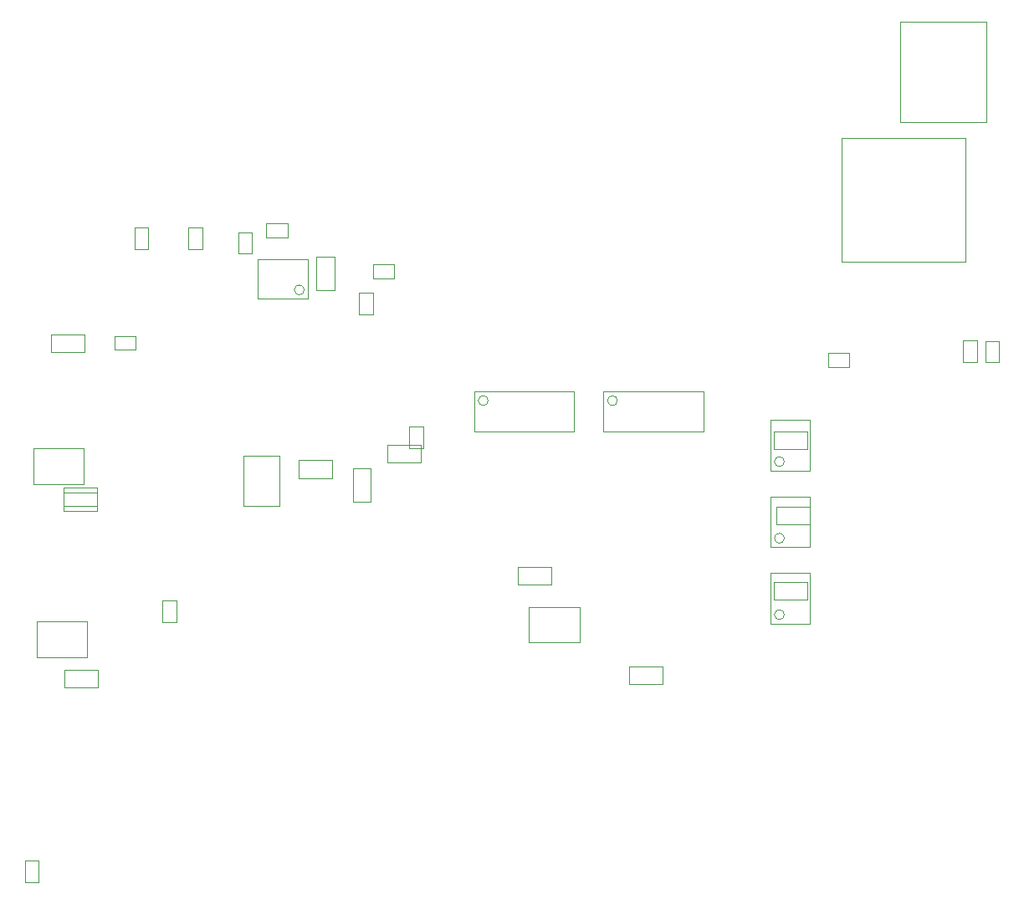
<source format=gbr>
G04 Layer_Color=16711935*
%FSLAX25Y25*%
%MOIN*%
%TF.FileFunction,Other,Mechanical_13*%
%TF.Part,Single*%
G01*
G75*
%TA.AperFunction,NonConductor*%
%ADD92C,0.00394*%
D92*
X306238Y175804D02*
G03*
X306238Y175804I-1969J0D01*
G01*
X239730Y200131D02*
G03*
X239730Y200131I-1969J0D01*
G01*
X306238Y145304D02*
G03*
X306238Y145304I-1969J0D01*
G01*
X188230Y200131D02*
G03*
X188230Y200131I-1969J0D01*
G01*
X306238Y114804D02*
G03*
X306238Y114804I-1969J0D01*
G01*
X114965Y244269D02*
G03*
X114965Y244269I-1969J0D01*
G01*
X329094Y304706D02*
X378306D01*
X329094Y255494D02*
X378306D01*
X329094D02*
Y304706D01*
X378306Y255494D02*
Y304706D01*
X352364Y351180D02*
X386616D01*
X352364Y311220D02*
X386616D01*
Y351180D01*
X352364Y311220D02*
Y351180D01*
X147929Y175389D02*
X161315D01*
X147929Y182476D02*
X161315D01*
X147929Y175389D02*
Y182476D01*
X161315Y175389D02*
Y182476D01*
X32293Y158257D02*
Y165343D01*
X18907Y158257D02*
Y165343D01*
Y158257D02*
X32293D01*
X18907Y165343D02*
X32293D01*
X213293Y126757D02*
Y133843D01*
X199907Y126757D02*
Y133843D01*
Y126757D02*
X213293D01*
X199907Y133843D02*
X213293D01*
X32293Y156288D02*
Y163375D01*
X18907Y156288D02*
Y163375D01*
X32293D01*
X18907Y156288D02*
X32293D01*
X301907Y180725D02*
Y187812D01*
X315293Y180725D02*
Y187812D01*
X301907D02*
X315293D01*
X301907Y180725D02*
X315293D01*
X302907Y150757D02*
Y157843D01*
X316293Y150757D02*
Y157843D01*
X302907D02*
X316293D01*
X302907Y150757D02*
X316293D01*
X301907Y120757D02*
Y127843D01*
X315293Y120757D02*
Y127843D01*
X301907D02*
X315293D01*
X301907Y120757D02*
X315293D01*
X204561Y103713D02*
X224639D01*
X204561Y117887D02*
X224639D01*
Y103713D02*
Y117887D01*
X204561Y103713D02*
Y117887D01*
X3644Y8268D02*
Y16732D01*
X9156Y8268D02*
Y16732D01*
X3644D02*
X9156D01*
X3644Y8268D02*
X9156D01*
X47344Y260568D02*
Y269032D01*
X52856Y260568D02*
Y269032D01*
X47344Y260568D02*
X52856D01*
X47344Y269032D02*
X52856D01*
X323668Y213544D02*
X332132D01*
X323668Y219056D02*
X332132D01*
X323668Y213544D02*
Y219056D01*
X332132Y213544D02*
Y219056D01*
X68844Y260568D02*
Y269032D01*
X74356Y260568D02*
Y269032D01*
X68844Y260568D02*
X74356D01*
X68844Y269032D02*
X74356D01*
X300726Y172261D02*
Y192339D01*
X316474Y172261D02*
Y192339D01*
X300726Y172261D02*
X316474D01*
X300726Y192339D02*
X316474D01*
X234218Y203674D02*
X273982D01*
X234218Y187926D02*
X273982D01*
X234218D02*
Y203674D01*
X273982Y187926D02*
Y203674D01*
X300726Y141761D02*
Y161839D01*
X316474Y141761D02*
Y161839D01*
X300726Y141761D02*
X316474D01*
X300726Y161839D02*
X316474D01*
X182718Y203674D02*
X222482D01*
X182718Y187926D02*
X222482D01*
X182718D02*
Y203674D01*
X222482Y187926D02*
Y203674D01*
X300726Y111261D02*
Y131339D01*
X316474Y111261D02*
Y131339D01*
X300726Y111261D02*
X316474D01*
X300726Y131339D02*
X316474D01*
X391756Y215368D02*
Y223832D01*
X386244Y215368D02*
Y223832D01*
Y215368D02*
X391756D01*
X386244Y223832D02*
X391756D01*
X383056Y215568D02*
Y224032D01*
X377544Y215568D02*
Y224032D01*
Y215568D02*
X383056D01*
X377544Y224032D02*
X383056D01*
X96461Y240726D02*
X116539D01*
X96461Y256474D02*
X116539D01*
Y240726D02*
Y256474D01*
X96461Y240726D02*
Y256474D01*
X88644Y258768D02*
Y267232D01*
X94156Y258768D02*
Y267232D01*
X88644D02*
X94156D01*
X88644Y258768D02*
X94156D01*
X99768Y265144D02*
X108232D01*
X99768Y270656D02*
X108232D01*
X99768Y265144D02*
Y270656D01*
X108232Y265144D02*
Y270656D01*
X119857Y257593D02*
X126943D01*
X119857Y244207D02*
X126943D01*
X119857D02*
Y257593D01*
X126943Y244207D02*
Y257593D01*
X142268Y248850D02*
X150732D01*
X142268Y254361D02*
X150732D01*
X142268Y248850D02*
Y254361D01*
X150732Y248850D02*
Y254361D01*
X142356Y234636D02*
Y243101D01*
X136844Y234636D02*
Y243101D01*
Y234636D02*
X142356D01*
X136844Y243101D02*
X142356D01*
X257793Y87057D02*
Y94143D01*
X244407Y87057D02*
Y94143D01*
X257793D01*
X244407Y87057D02*
X257793D01*
X156844Y181268D02*
Y189732D01*
X162356Y181268D02*
Y189732D01*
X156844D02*
X162356D01*
X156844Y181268D02*
X162356D01*
X134457Y173193D02*
X141543D01*
X134457Y159807D02*
X141543D01*
X134457D02*
Y173193D01*
X141543Y159807D02*
Y173193D01*
X90813Y158061D02*
Y178139D01*
X104987Y158061D02*
Y178139D01*
X90813D02*
X104987D01*
X90813Y158061D02*
X104987D01*
X125993Y169257D02*
Y176343D01*
X112607Y169257D02*
Y176343D01*
X125993D01*
X112607Y169257D02*
X125993D01*
X32793Y85657D02*
Y92743D01*
X19407Y85657D02*
Y92743D01*
X32793D01*
X19407Y85657D02*
X32793D01*
X63956Y111968D02*
Y120432D01*
X58444Y111968D02*
Y120432D01*
Y111968D02*
X63956D01*
X58444Y120432D02*
X63956D01*
X8261Y111987D02*
X28339D01*
X8261Y97813D02*
X28339D01*
Y111987D01*
X8261Y97813D02*
Y111987D01*
X39268Y225956D02*
X47732D01*
X39268Y220444D02*
X47732D01*
Y225956D01*
X39268Y220444D02*
Y225956D01*
X27393Y219357D02*
Y226443D01*
X14007Y219357D02*
Y226443D01*
X27393D01*
X14007Y219357D02*
X27393D01*
X6961Y181087D02*
X27039D01*
X6961Y166913D02*
X27039D01*
Y181087D01*
X6961Y166913D02*
Y181087D01*
%TF.MD5,373d12c4a2ca58bb8e5779af171def71*%
M02*

</source>
